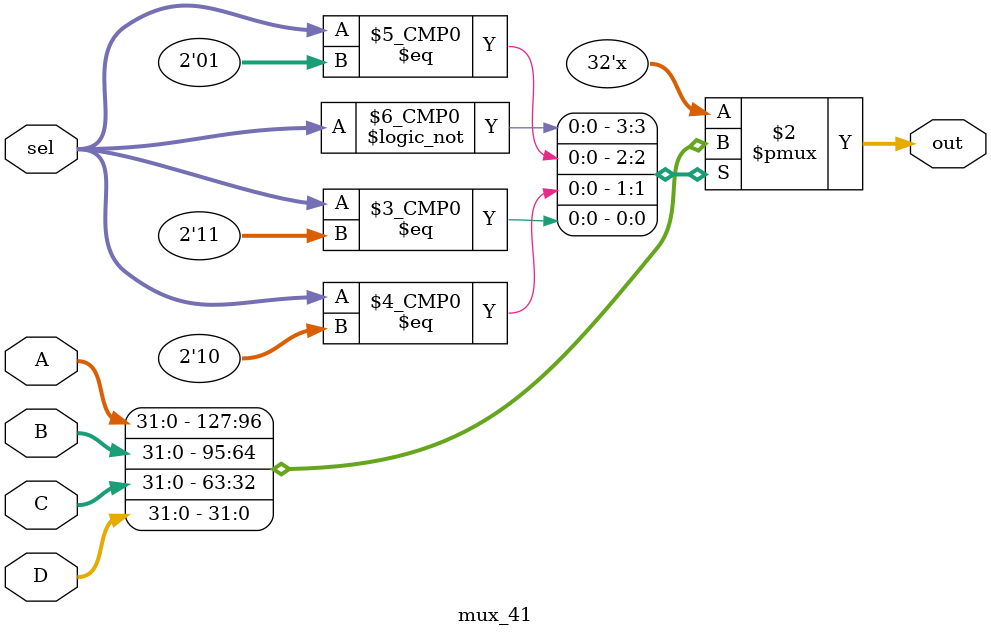
<source format=v>
module mux_41 #(parameter W=32) (
	input [W-1:0] A, B, C, D,
	input [1:0] sel,

	output reg [W-1:0] out
);

always@(*) begin
  case(sel)
    2'b00: out <= A;
    2'b01: out <= B;
    2'b10: out <= C;
    2'b11: out <= D;
  endcase
end

endmodule

</source>
